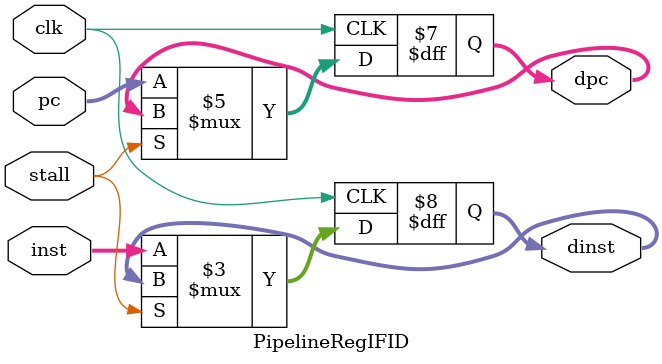
<source format=v>
/**
    File: PipelineRegIFID.v
    Author: BlackIsDevin (https://github.com/BlackIsDevin)
    Date: 7/10/2021
    Target Devices:
        Mimas A7 Revision V3 Development Board
        Arty A7-35T Development Board (future target)
    Description:
        This modules implements the IF/ID pipeline register in our pipelined
        RV64 CPU. This is effectively just an array of D flip flops.
*/

module PipelineRegIFID (
    input [63:0] pc,
    input [63:0] inst,
    input clk,
    input stall,

    output reg [63:0] dpc,
    output reg [63:0] dinst
);

    always @(posedge clk) begin
        if (stall == 1'b0) begin
            dpc <= pc;
            dinst <= inst;
        end
    end

endmodule

</source>
